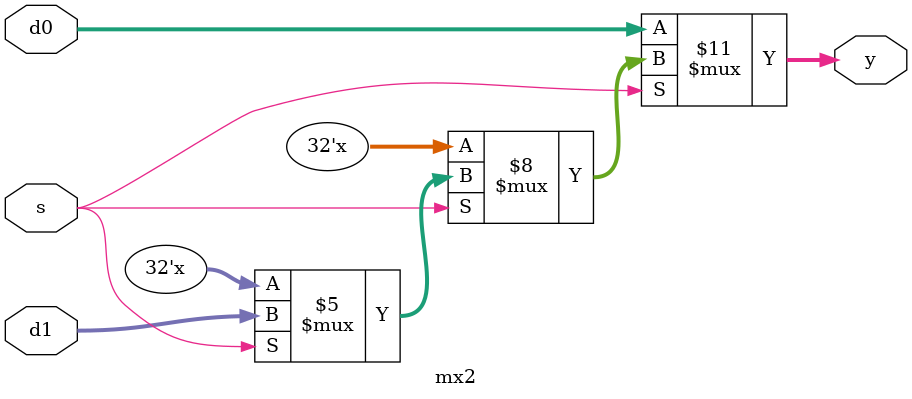
<source format=v>
module mx2(d0,d1,s,y);
	input[31:0] d0,d1;
	input s;
	output reg[31:0] y;
	wire[31:0] sb,w0,w1;
	
	always @ (d0, d1, s)
		begin
			if (s == 1'b0) y = d0;
			else if (s == 1'b1) y = d1;
			else y = 32'bxxxx_xxxx_xxxx_xxxx_xxxx_xxxx_xxxx_xxxx;
		end
	
	//assign (~s)&d0 | s&d1
	//= assign ~((~s) nand d0) & (s nand s1))
	//= assign ((~s) nand d0) nand (s nand s1)
endmodule 
</source>
